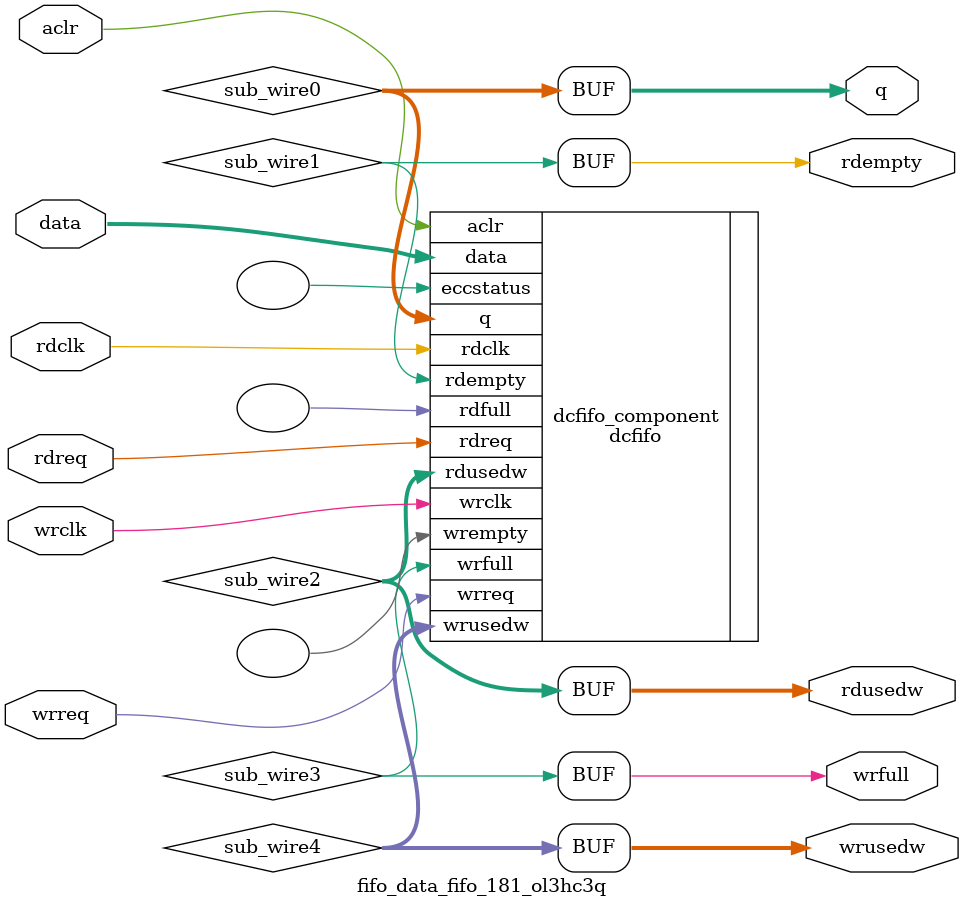
<source format=v>



`timescale 1 ps / 1 ps
// synopsys translate_on
module  fifo_data_fifo_181_ol3hc3q  (
    aclr,
    data,
    rdclk,
    rdreq,
    wrclk,
    wrreq,
    q,
    rdempty,
    rdusedw,
    wrfull,
    wrusedw);

    input    aclr;
    input  [531:0]  data;
    input    rdclk;
    input    rdreq;
    input    wrclk;
    input    wrreq;
    output [531:0]  q;
    output   rdempty;
    output [9:0]  rdusedw;
    output   wrfull;
    output [9:0]  wrusedw;
`ifndef ALTERA_RESERVED_QIS
// synopsys translate_off
`endif
    tri0     aclr;
`ifndef ALTERA_RESERVED_QIS
// synopsys translate_on
`endif

    wire [531:0] sub_wire0;
    wire  sub_wire1;
    wire [9:0] sub_wire2;
    wire  sub_wire3;
    wire [9:0] sub_wire4;
    wire [531:0] q = sub_wire0[531:0];
    wire  rdempty = sub_wire1;
    wire [9:0] rdusedw = sub_wire2[9:0];
    wire  wrfull = sub_wire3;
    wire [9:0] wrusedw = sub_wire4[9:0];

    dcfifo  dcfifo_component (
                .aclr (aclr),
                .data (data),
                .rdclk (rdclk),
                .rdreq (rdreq),
                .wrclk (wrclk),
                .wrreq (wrreq),
                .q (sub_wire0),
                .rdempty (sub_wire1),
                .rdusedw (sub_wire2),
                .wrfull (sub_wire3),
                .wrusedw (sub_wire4),
                .eccstatus (),
                .rdfull (),
                .wrempty ());
    defparam
        dcfifo_component.enable_ecc  = "FALSE",
        dcfifo_component.intended_device_family  = "Arria 10",
        dcfifo_component.lpm_hint  = "DISABLE_DCFIFO_EMBEDDED_TIMING_CONSTRAINT=TRUE",
        dcfifo_component.lpm_numwords  = 1024,
        dcfifo_component.lpm_showahead  = "ON",
        dcfifo_component.lpm_type  = "dcfifo",
        dcfifo_component.lpm_width  = 532,
        dcfifo_component.lpm_widthu  = 10,
        dcfifo_component.overflow_checking  = "ON",
        dcfifo_component.rdsync_delaypipe  = 4,
        dcfifo_component.read_aclr_synch  = "OFF",
        dcfifo_component.underflow_checking  = "ON",
        dcfifo_component.use_eab  = "ON",
        dcfifo_component.write_aclr_synch  = "OFF",
        dcfifo_component.wrsync_delaypipe  = 4;


endmodule



</source>
